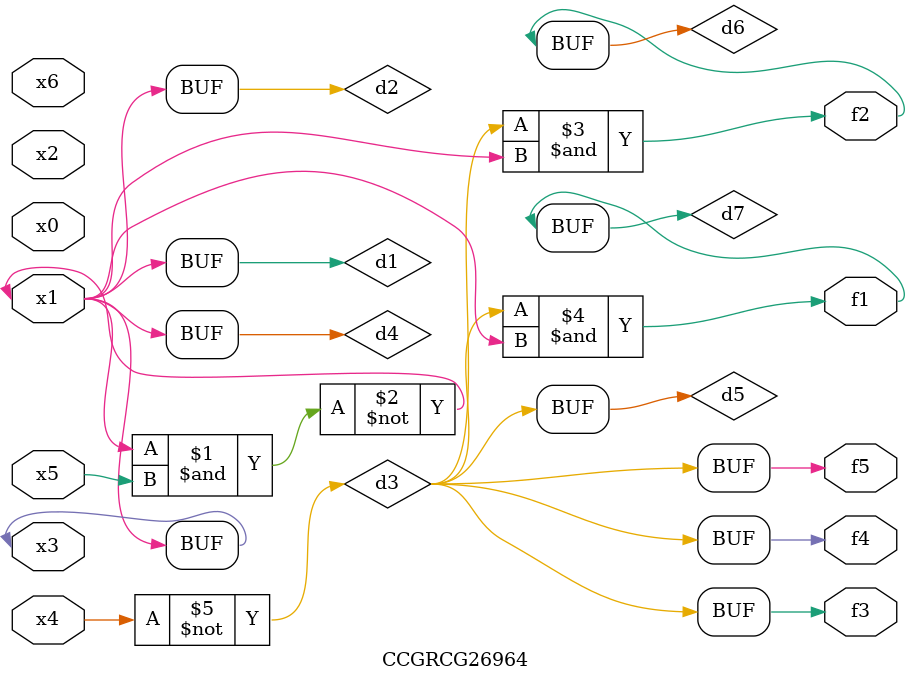
<source format=v>
module CCGRCG26964(
	input x0, x1, x2, x3, x4, x5, x6,
	output f1, f2, f3, f4, f5
);

	wire d1, d2, d3, d4, d5, d6, d7;

	buf (d1, x1, x3);
	nand (d2, x1, x5);
	not (d3, x4);
	buf (d4, d1, d2);
	buf (d5, d3);
	and (d6, d3, d4);
	and (d7, d3, d4);
	assign f1 = d7;
	assign f2 = d6;
	assign f3 = d5;
	assign f4 = d5;
	assign f5 = d5;
endmodule

</source>
